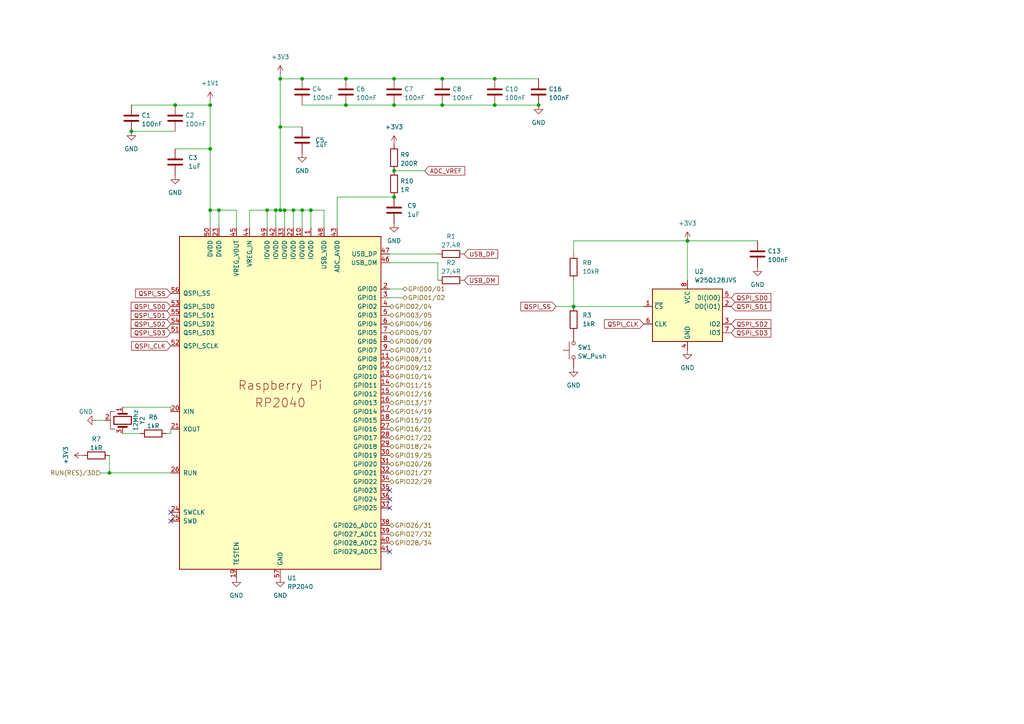
<source format=kicad_sch>
(kicad_sch (version 20211123) (generator eeschema)
  (paper "A4")
  (title_block (title "RP2040_Part") (date "2022-11-26") (rev "v1.0"))
  (lib_symbols
    (symbol "Device:C" (pin_numbers hide) (pin_names (offset 0.254))
      (property "Reference" "C" (at 0.635 2.54 0))
      (property "Value" "C" (at 0.635 -2.54 0))
      (symbol "C_0_1"
        (polyline (pts (xy -2.032 -0.762) (xy 2.032 -0.762)) (stroke (width 0.508)))
        (polyline (pts (xy -2.032 0.762) (xy 2.032 0.762)) (stroke (width 0.508)))
      )
      (symbol "C_1_1"
        (pin passive line (at 0 3.81 270) (length 2.794) (name "~") (number "1"))
        (pin passive line (at 0 -3.81 90) (length 2.794) (name "~") (number "2"))
      )
    )
    (symbol "Device:Crystal_GND2" (pin_names (offset 1.016) hide)
      (property "Reference" "Y" (at 0 5.715 0))
      (property "Value" "Crystal_GND2" (at 0 3.81 0))
      (symbol "Crystal_GND2_0_1"
        (rectangle (start -1.143 2.54) (end 1.143 -2.54) (stroke (width 0.3048)))
        (polyline (pts (xy -2.54 0) (xy -1.905 0)))
        (polyline (pts (xy -1.905 -1.27) (xy -1.905 1.27)) (stroke (width 0.508)))
        (polyline (pts (xy 0 -3.81) (xy 0 -3.556)))
        (polyline (pts (xy 1.905 0) (xy 2.54 0)))
        (polyline (pts (xy 1.905 1.27) (xy 1.905 -1.27)) (stroke (width 0.508)))
        (polyline (pts (xy -2.54 -2.286) (xy -2.54 -3.556) (xy 2.54 -3.556) (xy 2.54 -2.286)))
      )
      (symbol "Crystal_GND2_1_1"
        (pin passive line (at -3.81 0 0) (length 1.27) (name "1") (number "1"))
        (pin passive line (at 0 -5.08 90) (length 1.27) (name "2") (number "2"))
        (pin passive line (at 3.81 0 180) (length 1.27) (name "3") (number "3"))
      )
    )
    (symbol "Device:R" (pin_numbers hide) (pin_names (offset 0))
      (property "Reference" "R" (at 2.032 0 90))
      (property "Value" "R" (at 0 0 90))
      (symbol "R_0_1"
        (rectangle (start -1.016 -2.54) (end 1.016 2.54) (stroke (width 0.254)))
      )
      (symbol "R_1_1"
        (pin passive line (at 0 3.81 270) (length 1.27) (name "~") (number "1"))
        (pin passive line (at 0 -3.81 90) (length 1.27) (name "~") (number "2"))
      )
    )
    (symbol "Memory_Flash:W25Q128JVS"
      (property "Reference" "U" (at -8.89 8.89 0))
      (property "Value" "W25Q128JVS" (at 7.62 8.89 0))
      (symbol "W25Q128JVS_0_1"
        (rectangle (start -10.16 7.62) (end 10.16 -7.62) (stroke (width 0.254)) (fill (type background)))
      )
      (symbol "W25Q128JVS_1_1"
        (pin input line (at -12.7 2.54 0) (length 2.54) (name "~{CS}") (number "1"))
        (pin bidirectional line (at 12.7 2.54 180) (length 2.54) (name "DO(IO1)") (number "2"))
        (pin bidirectional line (at 12.7 -2.54 180) (length 2.54) (name "IO2") (number "3"))
        (pin power_in line (at 0 -10.16 90) (length 2.54) (name "GND") (number "4"))
        (pin bidirectional line (at 12.7 5.08 180) (length 2.54) (name "DI(IO0)") (number "5"))
        (pin input line (at -12.7 -2.54 0) (length 2.54) (name "CLK") (number "6"))
        (pin bidirectional line (at 12.7 -5.08 180) (length 2.54) (name "IO3") (number "7"))
        (pin power_in line (at 0 10.16 270) (length 2.54) (name "VCC") (number "8"))
      )
    )
    (symbol "Switch:SW_Push" (pin_numbers hide) (pin_names (offset 1.016) hide)
      (property "Reference" "SW" (at 1.27 2.54 0))
      (property "Value" "SW_Push" (at 0 -1.524 0))
      (symbol "SW_Push_0_1"
        (circle (center -2.032 0) (radius 0.508))
        (polyline (pts (xy 0 1.27) (xy 0 3.048)))
        (polyline (pts (xy 2.54 1.27) (xy -2.54 1.27)))
        (circle (center 2.032 0) (radius 0.508))
        (pin passive line (at -5.08 0 0) (length 2.54) (name "1") (number "1"))
        (pin passive line (at 5.08 0 180) (length 2.54) (name "2") (number "2"))
      )
    )
    (symbol "power:+1V1" (power) (pin_names (offset 0))
      (property "Value" "+1V1" (at 0 3.556 0))
      (symbol "+1V1_0_1"
        (polyline (pts (xy -0.762 1.27) (xy 0 2.54)))
        (polyline (pts (xy 0 0) (xy 0 2.54)))
        (polyline (pts (xy 0 2.54) (xy 0.762 1.27)))
      )
      (symbol "+1V1_1_1"
        (pin power_in line (at 0 0 90) (length 0) hide (name "+1V1") (number "1"))
      )
    )
    (symbol "power:+3V3" (power) (pin_names (offset 0))
      (property "Value" "+3V3" (at 0 3.556 0))
      (symbol "+3V3_0_1"
        (polyline (pts (xy -0.762 1.27) (xy 0 2.54)))
        (polyline (pts (xy 0 0) (xy 0 2.54)))
        (polyline (pts (xy 0 2.54) (xy 0.762 1.27)))
      )
      (symbol "+3V3_1_1"
        (pin power_in line (at 0 0 90) (length 0) hide (name "+3V3") (number "1"))
      )
    )
    (symbol "power:GND" (power) (pin_names (offset 0))
      (property "Value" "GND" (at 0 -3.81 0))
      (symbol "GND_0_1"
        (polyline (pts (xy 0 0) (xy 0 -1.27) (xy 1.27 -1.27) (xy 0 -2.54) (xy -1.27 -1.27) (xy 0 -1.27)))
      )
      (symbol "GND_1_1"
        (pin power_in line (at 0 0 270) (length 0) hide (name "GND") (number "1"))
      )
    )
    (symbol "rp2040-dev-board:RP2040" (pin_names (offset 1.016))
      (property "Reference" "U" (at -29.21 49.53 0))
      (property "Value" "RP2040" (at 24.13 -49.53 0))
      (symbol "RP2040_0_0"
        (text "Raspberry Pi" (at 0 5.08 0) (effects (font (size 2.54 2.54))))
        (text "RP2040" (at 0 0 0) (effects (font (size 2.54 2.54))))
      )
      (symbol "RP2040_0_1"
        (rectangle (start 29.21 48.26) (end -29.21 -48.26) (stroke (width 0.254)) (fill (type background)))
      )
      (symbol "RP2040_1_1"
        (pin power_in line (at 8.89 50.8 270) (length 2.54) (name "IOVDD") (number "1"))
        (pin power_in line (at 6.35 50.8 270) (length 2.54) (name "IOVDD") (number "10"))
        (pin bidirectional line (at 31.75 12.7 180) (length 2.54) (name "GPIO8") (number "11"))
        (pin bidirectional line (at 31.75 10.16 180) (length 2.54) (name "GPIO9") (number "12"))
        (pin bidirectional line (at 31.75 7.62 180) (length 2.54) (name "GPIO10") (number "13"))
        (pin bidirectional line (at 31.75 5.08 180) (length 2.54) (name "GPIO11") (number "14"))
        (pin bidirectional line (at 31.75 2.54 180) (length 2.54) (name "GPIO12") (number "15"))
        (pin bidirectional line (at 31.75 0 180) (length 2.54) (name "GPIO13") (number "16"))
        (pin bidirectional line (at 31.75 -2.54 180) (length 2.54) (name "GPIO14") (number "17"))
        (pin bidirectional line (at 31.75 -5.08 180) (length 2.54) (name "GPIO15") (number "18"))
        (pin passive line (at -12.7 -50.8 90) (length 2.54) (name "TESTEN") (number "19"))
        (pin bidirectional line (at 31.75 33.02 180) (length 2.54) (name "GPIO0") (number "2"))
        (pin input line (at -31.75 -2.54 0) (length 2.54) (name "XIN") (number "20"))
        (pin passive line (at -31.75 -7.62 0) (length 2.54) (name "XOUT") (number "21"))
        (pin power_in line (at 3.81 50.8 270) (length 2.54) (name "IOVDD") (number "22"))
        (pin power_in line (at -17.78 50.8 270) (length 2.54) (name "DVDD") (number "23"))
        (pin output line (at -31.75 -31.75 0) (length 2.54) (name "SWCLK") (number "24"))
        (pin bidirectional line (at -31.75 -34.29 0) (length 2.54) (name "SWD") (number "25"))
        (pin input line (at -31.75 -20.32 0) (length 2.54) (name "RUN") (number "26"))
        (pin bidirectional line (at 31.75 -7.62 180) (length 2.54) (name "GPIO16") (number "27"))
        (pin bidirectional line (at 31.75 -10.16 180) (length 2.54) (name "GPIO17") (number "28"))
        (pin bidirectional line (at 31.75 -12.7 180) (length 2.54) (name "GPIO18") (number "29"))
        (pin bidirectional line (at 31.75 30.48 180) (length 2.54) (name "GPIO1") (number "3"))
        (pin bidirectional line (at 31.75 -15.24 180) (length 2.54) (name "GPIO19") (number "30"))
        (pin bidirectional line (at 31.75 -17.78 180) (length 2.54) (name "GPIO20") (number "31"))
        (pin bidirectional line (at 31.75 -20.32 180) (length 2.54) (name "GPIO21") (number "32"))
        (pin power_in line (at 1.27 50.8 270) (length 2.54) (name "IOVDD") (number "33"))
        (pin bidirectional line (at 31.75 -22.86 180) (length 2.54) (name "GPIO22") (number "34"))
        (pin bidirectional line (at 31.75 -25.4 180) (length 2.54) (name "GPIO23") (number "35"))
        (pin bidirectional line (at 31.75 -27.94 180) (length 2.54) (name "GPIO24") (number "36"))
        (pin bidirectional line (at 31.75 -30.48 180) (length 2.54) (name "GPIO25") (number "37"))
        (pin bidirectional line (at 31.75 -35.56 180) (length 2.54) (name "GPIO26_ADC0") (number "38"))
        (pin bidirectional line (at 31.75 -38.1 180) (length 2.54) (name "GPIO27_ADC1") (number "39"))
        (pin bidirectional line (at 31.75 27.94 180) (length 2.54) (name "GPIO2") (number "4"))
        (pin bidirectional line (at 31.75 -40.64 180) (length 2.54) (name "GPIO28_ADC2") (number "40"))
        (pin bidirectional line (at 31.75 -43.18 180) (length 2.54) (name "GPIO29_ADC3") (number "41"))
        (pin power_in line (at -1.27 50.8 270) (length 2.54) (name "IOVDD") (number "42"))
        (pin power_in line (at 16.51 50.8 270) (length 2.54) (name "ADC_AVDD") (number "43"))
        (pin power_in line (at -8.89 50.8 270) (length 2.54) (name "VREG_IN") (number "44"))
        (pin power_out line (at -12.7 50.8 270) (length 2.54) (name "VREG_VOUT") (number "45"))
        (pin bidirectional line (at 31.75 40.64 180) (length 2.54) (name "USB_DM") (number "46"))
        (pin bidirectional line (at 31.75 43.18 180) (length 2.54) (name "USB_DP") (number "47"))
        (pin power_in line (at 12.7 50.8 270) (length 2.54) (name "USB_VDD") (number "48"))
        (pin power_in line (at -3.81 50.8 270) (length 2.54) (name "IOVDD") (number "49"))
        (pin bidirectional line (at 31.75 25.4 180) (length 2.54) (name "GPIO3") (number "5"))
        (pin power_in line (at -20.32 50.8 270) (length 2.54) (name "DVDD") (number "50"))
        (pin bidirectional line (at -31.75 20.32 0) (length 2.54) (name "QSPI_SD3") (number "51"))
        (pin output line (at -31.75 16.51 0) (length 2.54) (name "QSPI_SCLK") (number "52"))
        (pin bidirectional line (at -31.75 27.94 0) (length 2.54) (name "QSPI_SD0") (number "53"))
        (pin bidirectional line (at -31.75 22.86 0) (length 2.54) (name "QSPI_SD2") (number "54"))
        (pin bidirectional line (at -31.75 25.4 0) (length 2.54) (name "QSPI_SD1") (number "55"))
        (pin bidirectional line (at -31.75 31.75 0) (length 2.54) (name "QSPI_SS") (number "56"))
        (pin power_in line (at 0 -50.8 90) (length 2.54) (name "GND") (number "57"))
        (pin bidirectional line (at 31.75 22.86 180) (length 2.54) (name "GPIO4") (number "6"))
        (pin bidirectional line (at 31.75 20.32 180) (length 2.54) (name "GPIO5") (number "7"))
        (pin bidirectional line (at 31.75 17.78 180) (length 2.54) (name "GPIO6") (number "8"))
        (pin bidirectional line (at 31.75 15.24 180) (length 2.54) (name "GPIO7") (number "9"))
      )
    )
  )
  (junction (at 81.28 36.83))
  (junction (at 77.47 60.96))
  (junction (at 60.96 30.48))
  (junction (at 166.37 88.9))
  (junction (at 81.28 22.86))
  (junction (at 199.39 69.85))
  (junction (at 100.33 30.48))
  (junction (at 60.96 43.18))
  (junction (at 156.21 30.48))
  (junction (at 128.27 22.86))
  (junction (at 63.5 60.96))
  (junction (at 90.17 60.96))
  (junction (at 60.96 60.96))
  (junction (at 80.01 60.96))
  (junction (at 143.51 22.86))
  (junction (at 114.3 30.48))
  (junction (at 100.33 22.86))
  (junction (at 114.3 22.86))
  (junction (at 82.55 60.96))
  (junction (at 85.09 60.96))
  (junction (at 38.1 38.1))
  (junction (at 143.51 30.48))
  (junction (at 114.3 49.53))
  (junction (at 81.28 60.96))
  (junction (at 114.3 57.15))
  (junction (at 87.63 60.96))
  (junction (at 31.75 137.16))
  (junction (at 128.27 30.48))
  (junction (at 87.63 22.86))
  (junction (at 50.8 30.48))
  (no_connect (at 49.53 151.13))
  (no_connect (at 113.03 147.32))
  (no_connect (at 113.03 144.78))
  (no_connect (at 113.03 142.24))
  (no_connect (at 113.03 160.02))
  (no_connect (at 49.53 148.59))
  (wire (pts (xy 38.1 30.48) (xy 50.8 30.48)))
  (wire (pts (xy 77.47 60.96) (xy 77.47 66.04)))
  (wire (pts (xy 85.09 60.96) (xy 85.09 66.04)))
  (wire (pts (xy 81.28 21.59) (xy 81.28 22.86)))
  (wire (pts (xy 82.55 60.96) (xy 82.55 66.04)))
  (wire (pts (xy 31.75 132.08) (xy 31.75 137.16)))
  (wire (pts (xy 114.3 30.48) (xy 128.27 30.48)))
  (wire (pts (xy 116.84 83.82) (xy 113.03 83.82)))
  (wire (pts (xy 60.96 60.96) (xy 60.96 66.04)))
  (wire (pts (xy 82.55 60.96) (xy 85.09 60.96)))
  (wire (pts (xy 100.33 22.86) (xy 114.3 22.86)))
  (wire (pts (xy 50.8 43.18) (xy 60.96 43.18)))
  (wire (pts (xy 114.3 49.53) (xy 123.19 49.53)))
  (wire (pts (xy 87.63 22.86) (xy 100.33 22.86)))
  (wire (pts (xy 35.56 125.73) (xy 40.64 125.73)))
  (wire (pts (xy 116.84 86.36) (xy 113.03 86.36)))
  (wire (pts (xy 81.28 36.83) (xy 87.63 36.83)))
  (wire (pts (xy 38.1 38.1) (xy 50.8 38.1)))
  (wire (pts (xy 72.39 60.96) (xy 77.47 60.96)))
  (wire (pts (xy 29.21 137.16) (xy 31.75 137.16)))
  (wire (pts (xy 81.28 22.86) (xy 81.28 36.83)))
  (wire (pts (xy 166.37 88.9) (xy 186.69 88.9)))
  (wire (pts (xy 60.96 30.48) (xy 60.96 43.18)))
  (wire (pts (xy 90.17 60.96) (xy 93.98 60.96)))
  (wire (pts (xy 49.53 125.73) (xy 49.53 124.46)))
  (wire (pts (xy 100.33 30.48) (xy 87.63 30.48)))
  (wire (pts (xy 87.63 60.96) (xy 90.17 60.96)))
  (wire (pts (xy 27.94 121.92) (xy 30.48 121.92)))
  (wire (pts (xy 63.5 60.96) (xy 63.5 66.04)))
  (wire (pts (xy 49.53 118.11) (xy 49.53 119.38)))
  (wire (pts (xy 63.5 60.96) (xy 68.58 60.96)))
  (wire (pts (xy 31.75 137.16) (xy 49.53 137.16)))
  (wire (pts (xy 113.03 73.66) (xy 127 73.66)))
  (wire (pts (xy 114.3 22.86) (xy 128.27 22.86)))
  (wire (pts (xy 60.96 60.96) (xy 63.5 60.96)))
  (wire (pts (xy 143.51 30.48) (xy 156.21 30.48)))
  (wire (pts (xy 48.26 125.73) (xy 49.53 125.73)))
  (wire (pts (xy 81.28 22.86) (xy 87.63 22.86)))
  (wire (pts (xy 80.01 60.96) (xy 81.28 60.96)))
  (wire (pts (xy 166.37 81.28) (xy 166.37 88.9)))
  (wire (pts (xy 199.39 69.85) (xy 199.39 81.28)))
  (wire (pts (xy 128.27 22.86) (xy 143.51 22.86)))
  (wire (pts (xy 199.39 69.85) (xy 166.37 69.85)))
  (wire (pts (xy 199.39 69.85) (xy 219.71 69.85)))
  (wire (pts (xy 81.28 36.83) (xy 81.28 60.96)))
  (wire (pts (xy 93.98 60.96) (xy 93.98 66.04)))
  (wire (pts (xy 81.28 60.96) (xy 82.55 60.96)))
  (wire (pts (xy 97.79 57.15) (xy 114.3 57.15)))
  (wire (pts (xy 60.96 43.18) (xy 60.96 60.96)))
  (wire (pts (xy 161.29 88.9) (xy 166.37 88.9)))
  (wire (pts (xy 97.79 57.15) (xy 97.79 66.04)))
  (wire (pts (xy 60.96 29.21) (xy 60.96 30.48)))
  (wire (pts (xy 127 81.28) (xy 127 76.2)))
  (wire (pts (xy 50.8 30.48) (xy 60.96 30.48)))
  (wire (pts (xy 72.39 66.04) (xy 72.39 60.96)))
  (wire (pts (xy 143.51 22.86) (xy 156.21 22.86)))
  (wire (pts (xy 77.47 60.96) (xy 80.01 60.96)))
  (wire (pts (xy 35.56 118.11) (xy 49.53 118.11)))
  (wire (pts (xy 80.01 60.96) (xy 80.01 66.04)))
  (wire (pts (xy 100.33 30.48) (xy 114.3 30.48)))
  (wire (pts (xy 87.63 60.96) (xy 87.63 66.04)))
  (wire (pts (xy 113.03 76.2) (xy 127 76.2)))
  (wire (pts (xy 68.58 60.96) (xy 68.58 66.04)))
  (wire (pts (xy 90.17 66.04) (xy 90.17 60.96)))
  (wire (pts (xy 128.27 30.48) (xy 143.51 30.48)))
  (wire (pts (xy 85.09 60.96) (xy 87.63 60.96)))
  (wire (pts (xy 166.37 69.85) (xy 166.37 73.66)))
  (global_label "QSPI_SD0" (shape input) (at 49.53 88.9 180) (property "シート間のリファレンス" "${INTERSHEET_REFS}" (effects hide)))
  (global_label "ADC_VREF" (shape input) (at 123.19 49.53 0) (property "シート間のリファレンス" "${INTERSHEET_REFS}" (effects hide)))
  (global_label "QSPI_SD3" (shape input) (at 212.09 96.52 0) (property "シート間のリファレンス" "${INTERSHEET_REFS}" (effects hide)))
  (global_label "QSPI_CLK" (shape input) (at 49.53 100.33 180) (property "シート間のリファレンス" "${INTERSHEET_REFS}" (effects hide)))
  (global_label "USB_DM" (shape input) (at 134.62 81.28 0) (property "シート間のリファレンス" "${INTERSHEET_REFS}" (effects hide)))
  (global_label "QSPI_SD2" (shape input) (at 212.09 93.98 0) (property "シート間のリファレンス" "${INTERSHEET_REFS}" (effects hide)))
  (global_label "QSPI_SD1" (shape input) (at 49.53 91.44 180) (property "シート間のリファレンス" "${INTERSHEET_REFS}" (effects hide)))
  (global_label "QSPI_CLK" (shape input) (at 186.69 93.98 180) (property "シート間のリファレンス" "${INTERSHEET_REFS}" (effects hide)))
  (global_label "QSPI_SD2" (shape input) (at 49.53 93.98 180) (property "シート間のリファレンス" "${INTERSHEET_REFS}" (effects hide)))
  (global_label "QSPI_SS" (shape input) (at 49.53 85.09 180) (property "シート間のリファレンス" "${INTERSHEET_REFS}" (effects hide)))
  (global_label "QSPI_SS" (shape input) (at 161.29 88.9 180) (property "シート間のリファレンス" "${INTERSHEET_REFS}" (effects hide)))
  (global_label "QSPI_SD1" (shape input) (at 212.09 88.9 0) (property "シート間のリファレンス" "${INTERSHEET_REFS}" (effects hide)))
  (global_label "QSPI_SD0" (shape input) (at 212.09 86.36 0) (property "シート間のリファレンス" "${INTERSHEET_REFS}" (effects hide)))
  (global_label "QSPI_SD3" (shape input) (at 49.53 96.52 180) (property "シート間のリファレンス" "${INTERSHEET_REFS}" (effects hide)))
  (global_label "USB_DP" (shape input) (at 134.62 73.66 0) (property "シート間のリファレンス" "${INTERSHEET_REFS}" (effects hide)))
  (hierarchical_label "GPIO27{slash}32" (shape bidirectional) (at 113.03 154.94 0))
  (hierarchical_label "GPIO17{slash}22" (shape bidirectional) (at 113.03 127 0))
  (hierarchical_label "RUN(RES){slash}30" (shape input) (at 29.21 137.16 180))
  (hierarchical_label "GPIO09{slash}12" (shape bidirectional) (at 113.03 106.68 0))
  (hierarchical_label "GPIO05{slash}07" (shape bidirectional) (at 113.03 96.52 0))
  (hierarchical_label "GPIO20{slash}26" (shape bidirectional) (at 113.03 134.62 0))
  (hierarchical_label "GPIO14{slash}19" (shape bidirectional) (at 113.03 119.38 0))
  (hierarchical_label "GPIO01{slash}02" (shape bidirectional) (at 116.84 86.36 0))
  (hierarchical_label "GPIO08{slash}11" (shape bidirectional) (at 113.03 104.14 0))
  (hierarchical_label "GPIO18{slash}24" (shape bidirectional) (at 113.03 129.54 0))
  (hierarchical_label "GPIO12{slash}16" (shape bidirectional) (at 113.03 114.3 0))
  (hierarchical_label "GPIO21{slash}27" (shape bidirectional) (at 113.03 137.16 0))
  (hierarchical_label "GPIO13{slash}17" (shape bidirectional) (at 113.03 116.84 0))
  (hierarchical_label "GPIO26{slash}31" (shape bidirectional) (at 113.03 152.4 0))
  (hierarchical_label "GPIO06{slash}09" (shape bidirectional) (at 113.03 99.06 0))
  (hierarchical_label "GPIO04{slash}06" (shape bidirectional) (at 113.03 93.98 0))
  (hierarchical_label "GPIO28{slash}34" (shape bidirectional) (at 113.03 157.48 0))
  (hierarchical_label "GPIO19{slash}25" (shape bidirectional) (at 113.03 132.08 0))
  (hierarchical_label "GPIO22{slash}29" (shape bidirectional) (at 113.03 139.7 0))
  (hierarchical_label "GPIO10{slash}14" (shape bidirectional) (at 113.03 109.22 0))
  (hierarchical_label "GPIO03{slash}05" (shape bidirectional) (at 113.03 91.44 0))
  (hierarchical_label "GPIO00{slash}01" (shape bidirectional) (at 116.84 83.82 0))
  (hierarchical_label "GPIO16{slash}21" (shape bidirectional) (at 113.03 124.46 0))
  (hierarchical_label "GPIO11{slash}15" (shape bidirectional) (at 113.03 111.76 0))
  (hierarchical_label "GPIO07{slash}10" (shape bidirectional) (at 113.03 101.6 0))
  (hierarchical_label "GPIO15{slash}20" (shape bidirectional) (at 113.03 121.92 0))
  (hierarchical_label "GPIO02{slash}04" (shape bidirectional) (at 113.03 88.9 0))
  (symbol (lib_id "power:GND") (at 27.94 121.92 270) (unit 1)
    (property "Reference" "#PWR059" (effects hide))
    (property "Value" "GND" (at 22.86 119.38 90) (effects (justify left)))
  )
  (symbol (lib_id "Device:R") (at 114.3 53.34 180) (unit 1)
    (property "Reference" "R10" (at 116.078 52.5053 0) (effects (justify right)))
    (property "Value" "1R" (at 116.078 55.0422 0) (effects (justify right)))
    (property "Footprint" "rp2040-dev-board:Register_0805_2012" (effects hide))
  )
  (symbol (lib_id "power:GND") (at 156.21 30.48 0) (unit 1)
    (property "Reference" "#PWR011" (effects hide))
    (property "Value" "GND" (at 156.21 35.56 0))
  )
  (symbol (lib_id "power:GND") (at 50.8 50.8 0) (unit 1)
    (property "Reference" "#PWR03" (effects hide))
    (property "Value" "GND" (at 50.8 55.88 0))
  )
  (symbol (lib_id "Device:Crystal_GND2") (at 35.56 121.92 270) (unit 1)
    (property "Reference" "Y2" (at 41.275 121.92 0))
    (property "Value" "12Mhz" (at 39.37 121.92 0))
    (property "Footprint" "Crystal:Resonator_SMD_Murata_CSTxExxV-3Pin_3.0x1.1mm_HandSoldering" (effects hide))
  )
  (symbol (lib_id "Device:R") (at 166.37 77.47 180) (unit 1)
    (property "Reference" "R8" (at 168.91 76.1999 0) (effects (justify right)))
    (property "Value" "10kR" (at 168.91 78.7399 0) (effects (justify right)))
    (property "Footprint" "rp2040-dev-board:Register_0805_2012" (effects hide))
  )
  (symbol (lib_id "Memory_Flash:W25Q128JVS") (at 199.39 91.44 0) (unit 1)
    (property "Reference" "U2" (at 201.4094 78.74 0) (effects (justify left)))
    (property "Value" "W25Q128JVS" (at 201.4094 81.28 0) (effects (justify left)))
    (property "Footprint" "rp2040-dev-board:W25Q16-128JV-SOIC" (effects hide))
    (property "Datasheet" "http://www.winbond.com/resource-files/w25q128jv_dtr%20revc%2003272018%20plus.pdf" (effects hide))
  )
  (symbol (lib_id "Device:R") (at 114.3 45.72 180) (unit 1)
    (property "Reference" "R9" (at 116.078 44.8853 0) (effects (justify right)))
    (property "Value" "200R" (at 116.078 47.4222 0) (effects (justify right)))
    (property "Footprint" "rp2040-dev-board:Register_0805_2012" (effects hide))
  )
  (symbol (lib_id "Device:R") (at 130.81 73.66 90) (unit 1)
    (property "Reference" "R1" (at 130.81 68.58 90))
    (property "Value" "27.4R" (at 130.81 71.12 90))
    (property "Footprint" "rp2040-dev-board:Register_0805_2012" (effects hide))
  )
  (symbol (lib_id "Device:R") (at 130.81 81.28 90) (unit 1)
    (property "Reference" "R2" (at 130.81 76.2 90))
    (property "Value" "27.4R" (at 130.81 78.74 90))
    (property "Footprint" "rp2040-dev-board:Register_0805_2012" (effects hide))
  )
  (symbol (lib_id "Device:R") (at 44.45 125.73 270) (unit 1)
    (property "Reference" "R6" (at 44.45 121.0142 90))
    (property "Value" "1kR" (at 44.45 123.5511 90))
    (property "Footprint" "rp2040-dev-board:Register_0805_2012" (effects hide))
  )
  (symbol (lib_id "power:GND") (at 114.3 64.77 0) (unit 1)
    (property "Reference" "#PWR0104" (effects hide))
    (property "Value" "GND" (at 114.3 69.85 0))
  )
  (symbol (lib_id "Device:C") (at 87.63 40.64 0) (unit 1)
    (property "Reference" "C5" (at 91.44 40.6399 0) (effects (justify left)))
    (property "Value" "1uF" (at 91.44 41.9099 0) (effects (justify left)))
    (property "Footprint" "rp2040-dev-board:Capacitor_0805_2012" (effects hide))
  )
  (symbol (lib_id "power:GND") (at 166.37 106.68 0) (unit 1)
    (property "Reference" "#PWR0101" (effects hide))
    (property "Value" "GND" (at 166.37 111.76 0))
  )
  (symbol (lib_id "Device:C") (at 156.21 26.67 0) (unit 1)
    (property "Reference" "C16" (at 159.131 25.8353 0) (effects (justify left)))
    (property "Value" "100nF" (at 159.131 28.3722 0) (effects (justify left)))
    (property "Footprint" "rp2040-dev-board:Capacitor_0805_2012" (effects hide))
  )
  (symbol (lib_id "Device:C") (at 50.8 46.99 0) (unit 1)
    (property "Reference" "C3" (at 54.61 45.7199 0) (effects (justify left)))
    (property "Value" "1uF" (at 54.61 48.2599 0) (effects (justify left)))
    (property "Footprint" "rp2040-dev-board:Capacitor_0805_2012" (effects hide))
  )
  (symbol (lib_id "power:GND") (at 68.58 167.64 0) (unit 1)
    (property "Reference" "#PWR05" (effects hide))
    (property "Value" "GND" (at 68.58 172.72 0))
  )
  (symbol (lib_id "power:GND") (at 81.28 167.64 0) (unit 1)
    (property "Reference" "#PWR06" (effects hide))
    (property "Value" "GND" (at 81.28 172.72 0))
  )
  (symbol (lib_id "Device:C") (at 114.3 60.96 0) (unit 1)
    (property "Reference" "C9" (at 118.11 59.6899 0) (effects (justify left)))
    (property "Value" "1uF" (at 118.11 62.2299 0) (effects (justify left)))
    (property "Footprint" "rp2040-dev-board:Capacitor_0805_2012" (effects hide))
  )
  (symbol (lib_id "power:+3V3") (at 199.39 69.85 0) (unit 1)
    (property "Reference" "#PWR014" (effects hide))
    (property "Value" "+3V3" (at 199.39 64.77 0))
  )
  (symbol (lib_id "power:+3V3") (at 24.13 132.08 90) (unit 1)
    (property "Reference" "#PWR026" (effects hide))
    (property "Value" "+3V3" (at 19.05 132.08 0))
  )
  (symbol (lib_id "Device:C") (at 100.33 26.67 0) (unit 1)
    (property "Reference" "C6" (at 103.251 25.8353 0) (effects (justify left)))
    (property "Value" "100nF" (at 103.251 28.3722 0) (effects (justify left)))
    (property "Footprint" "rp2040-dev-board:Capacitor_0805_2012" (effects hide))
  )
  (symbol (lib_id "power:+3V3") (at 81.28 21.59 0) (unit 1)
    (property "Reference" "#PWR07" (effects hide))
    (property "Value" "+3V3" (at 81.28 16.51 0))
  )
  (symbol (lib_id "power:GND") (at 87.63 44.45 0) (unit 1)
    (property "Reference" "#PWR08" (effects hide))
    (property "Value" "GND" (at 87.63 49.53 0))
  )
  (symbol (lib_id "Device:C") (at 143.51 26.67 0) (unit 1)
    (property "Reference" "C10" (at 146.431 25.8353 0) (effects (justify left)))
    (property "Value" "100nF" (at 146.431 28.3722 0) (effects (justify left)))
    (property "Footprint" "rp2040-dev-board:Capacitor_0805_2012" (effects hide))
  )
  (symbol (lib_id "Device:C") (at 38.1 34.29 0) (unit 1)
    (property "Reference" "C1" (at 41.021 33.4553 0) (effects (justify left)))
    (property "Value" "100nF" (at 41.021 35.9922 0) (effects (justify left)))
    (property "Footprint" "rp2040-dev-board:Capacitor_0805_2012" (effects hide))
  )
  (symbol (lib_id "Device:R") (at 27.94 132.08 270) (unit 1)
    (property "Reference" "R7" (at 27.94 127.3642 90))
    (property "Value" "1kR" (at 27.94 129.9011 90))
    (property "Footprint" "rp2040-dev-board:Register_0805_2012" (effects hide))
  )
  (symbol (lib_id "Device:C") (at 87.63 26.67 0) (unit 1)
    (property "Reference" "C4" (at 90.551 25.8353 0) (effects (justify left)))
    (property "Value" "100nF" (at 90.551 28.3722 0) (effects (justify left)))
    (property "Footprint" "rp2040-dev-board:Capacitor_0805_2012" (effects hide))
  )
  (symbol (lib_id "Switch:SW_Push") (at 166.37 101.6 90) (unit 1)
    (property "Reference" "SW1" (at 167.513 100.7653 90) (effects (justify right)))
    (property "Value" "SW_Push" (at 167.513 103.3022 90) (effects (justify right)))
    (property "Footprint" "rp2040-dev-board:SKRPABE010" (effects hide))
  )
  (symbol (lib_id "power:+1V1") (at 60.96 29.21 0) (unit 1)
    (property "Reference" "#PWR04" (effects hide))
    (property "Value" "+1V1" (at 60.96 24.13 0))
  )
  (symbol (lib_id "Device:C") (at 219.71 73.66 0) (unit 1)
    (property "Reference" "C13" (at 222.631 72.8253 0) (effects (justify left)))
    (property "Value" "100nF" (at 222.631 75.3622 0) (effects (justify left)))
    (property "Footprint" "rp2040-dev-board:Capacitor_0805_2012" (effects hide))
  )
  (symbol (lib_id "Device:C") (at 128.27 26.67 0) (unit 1)
    (property "Reference" "C8" (at 131.191 25.8353 0) (effects (justify left)))
    (property "Value" "100nF" (at 131.191 28.3722 0) (effects (justify left)))
    (property "Footprint" "rp2040-dev-board:Capacitor_0805_2012" (effects hide))
  )
  (symbol (lib_id "Device:C") (at 50.8 34.29 0) (unit 1)
    (property "Reference" "C2" (at 53.721 33.4553 0) (effects (justify left)))
    (property "Value" "100nF" (at 53.721 35.9922 0) (effects (justify left)))
    (property "Footprint" "rp2040-dev-board:Capacitor_0805_2012" (effects hide))
  )
  (symbol (lib_id "Device:R") (at 166.37 92.71 180) (unit 1)
    (property "Reference" "R3" (at 168.91 91.4399 0) (effects (justify right)))
    (property "Value" "1kR" (at 168.91 93.9799 0) (effects (justify right)))
    (property "Footprint" "rp2040-dev-board:Register_0805_2012" (effects hide))
  )
  (symbol (lib_id "Device:C") (at 114.3 26.67 0) (unit 1)
    (property "Reference" "C7" (at 117.221 25.8353 0) (effects (justify left)))
    (property "Value" "100nF" (at 117.221 28.3722 0) (effects (justify left)))
    (property "Footprint" "rp2040-dev-board:Capacitor_0805_2012" (effects hide))
  )
  (symbol (lib_id "power:GND") (at 199.39 101.6 0) (unit 1)
    (property "Reference" "#PWR015" (effects hide))
    (property "Value" "GND" (at 199.39 106.68 0))
  )
  (symbol (lib_id "power:GND") (at 38.1 38.1 0) (unit 1)
    (property "Reference" "#PWR01" (effects hide))
    (property "Value" "GND" (at 38.1 43.18 0))
  )
  (symbol (lib_id "power:GND") (at 219.71 77.47 0) (unit 1)
    (property "Reference" "#PWR016" (effects hide))
    (property "Value" "GND" (at 219.71 82.55 0))
  )
  (symbol (lib_id "power:+3V3") (at 114.3 41.91 0) (unit 1)
    (property "Reference" "#PWR0103" (effects hide))
    (property "Value" "+3V3" (at 114.3 36.83 0))
  )
  (symbol (lib_id "rp2040-dev-board:RP2040") (at 81.28 116.84 0) (unit 1)
    (property "Reference" "U1" (at 83.2994 167.64 0) (effects (justify left)))
    (property "Value" "RP2040" (at 83.2994 170.18 0) (effects (justify left)))
    (property "Footprint" "rp2040-dev-board:RP2040_hand" (effects hide))
  )
)
</source>
